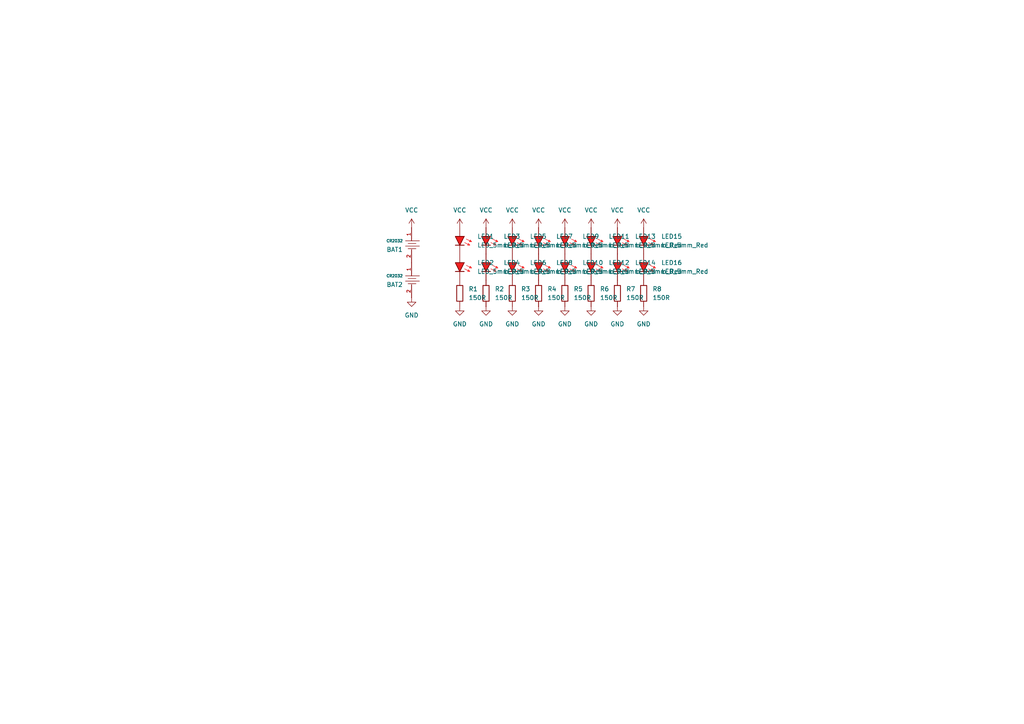
<source format=kicad_sch>
(kicad_sch (version 20231120) (generator "eeschema") (generator_version "8.0")
  (paper "A4")
  (lib_symbols
    (symbol "PCM_JLCPCB-Connectors_Buttons:Battery Holder, CR2032" (pin_names hide)
      (property "Reference" "BAT" (at 0 3.81 0))
      (property "Value" "CR2032" (at 0 -2.54 0))
      (symbol "Battery Holder, CR2032_0_1"
        (polyline (pts (xy -1.27 2.286) (xy -1.27 -1.778)))
        (polyline (pts (xy -0.508 1.27) (xy -0.508 -1.016)))
        (polyline (pts (xy 0.254 2.286) (xy 0.254 -1.778)))
        (polyline (pts (xy 1.016 1.27) (xy 1.016 -1.016)))
        (pin input line (at -5.08 0 0) (length 3.81) (name "1") (number "1"))
      )
      (symbol "Battery Holder, CR2032_1_1"
        (pin input line (at 5.08 0 180) (length 3.81) (name "2") (number "2"))
      )
    )
    (symbol "PCM_LED_AKL:LED_5mm_Red" (pin_numbers hide) (pin_names (offset 1.016) hide)
      (property "Reference" "LED" (at 0 7.62 0))
      (property "Value" "LED_5mm_Red" (at 0 5.08 0))
      (symbol "LED_5mm_Red_0_1"
        (polyline (pts (xy -0.508 1.905) (xy 0.254 3.429)) (stroke (width 0.1524) (color 240 30 30 1)))
        (polyline (pts (xy 0.508 1.397) (xy 1.27 2.921)) (stroke (width 0.1524) (color 240 30 30 1)))
        (polyline (pts (xy 1.27 1.27) (xy 1.27 -1.27)) (stroke (width 0.254)))
        (polyline (pts (xy -1.27 1.27) (xy -1.27 -1.27) (xy 1.27 0) (xy -1.27 1.27)) (stroke (width 0.254)) (fill (type color) (color 240 30 30 1)))
        (polyline (pts (xy 0.254 2.794) (xy -0.254 3.048) (xy 0.254 3.429) (xy 0.254 2.794)) (stroke (width 0) (color 240 30 30 1)) (fill (type outline)))
        (polyline (pts (xy 1.27 2.286) (xy 0.762 2.54) (xy 1.27 2.921) (xy 1.27 2.286)) (stroke (width 0.1524) (color 240 30 30 1)) (fill (type outline)))
      )
      (symbol "LED_5mm_Red_0_2"
        (polyline (pts (xy -2.54 -2.54) (xy -0.889 -0.889)))
        (polyline (pts (xy -1.651 0.889) (xy -2.159 2.413)) (stroke (width 0) (color 240 30 30 1)))
        (polyline (pts (xy -0.508 1.27) (xy -1.016 2.794)) (stroke (width 0) (color 240 30 30 1)))
        (polyline (pts (xy 0 1.778) (xy 1.778 0)) (stroke (width 0.254)))
        (polyline (pts (xy 0.889 0.889) (xy 2.54 2.54)))
        (polyline (pts (xy -0.889 -0.889) (xy -1.778 0) (xy 0.889 0.889) (xy 0 -1.778) (xy -0.889 -0.889)) (stroke (width 0.254)) (fill (type color) (color 240 30 30 1)))
      )
      (symbol "LED_5mm_Red_1_1"
        (pin passive line (at 3.81 0 180) (length 2.54) (name "K") (number "1"))
        (pin passive line (at -3.81 0 0) (length 2.54) (name "A") (number "2"))
      )
      (symbol "LED_5mm_Red_1_2"
        (polyline (pts (xy -2.159 2.413) (xy -2.286 1.778) (xy -1.6764 1.9812) (xy -2.159 2.413)) (stroke (width 0) (color 240 30 30 1)) (fill (type outline)))
        (polyline (pts (xy -1.016 2.794) (xy -1.143 2.159) (xy -0.5334 2.3622) (xy -1.016 2.794)) (stroke (width 0) (color 240 30 30 1)) (fill (type outline)))
        (pin passive line (at 2.54 2.54 180) (length 0) (name "K") (number "1"))
        (pin passive line (at -2.54 -2.54 0) (length 0) (name "A") (number "2"))
      )
    )
    (symbol "PCM_SL_Resistors:Resistor"
      (property "Reference" "R" (at 0 5.08 0))
      (property "Value" "Resistor" (at 0 2.54 0))
      (symbol "Resistor_0_1"
        (rectangle (start -2.286 0.889) (end 2.286 -0.889) (stroke (width 0.24)))
      )
      (symbol "Resistor_1_1"
        (pin passive line (at -3.81 0 0) (length 1.5) (name "") (number "1"))
        (pin passive line (at 3.81 0 180) (length 1.5) (name "~") (number "2"))
      )
    )
    (symbol "power:GND" (power) (pin_numbers hide) (pin_names (offset 0) hide)
      (property "Value" "GND" (at 0 -3.81 0))
      (symbol "GND_0_1"
        (polyline (pts (xy 0 0) (xy 0 -1.27) (xy 1.27 -1.27) (xy 0 -2.54) (xy -1.27 -1.27) (xy 0 -1.27)))
      )
      (symbol "GND_1_1"
        (pin power_in line (at 0 0 270) (length 0) (name "~") (number "1"))
      )
    )
    (symbol "power:VCC" (power) (pin_numbers hide) (pin_names (offset 0) hide)
      (property "Value" "VCC" (at 0 3.556 0))
      (symbol "VCC_0_1"
        (polyline (pts (xy -0.762 1.27) (xy 0 2.54)))
        (polyline (pts (xy 0 0) (xy 0 2.54)))
        (polyline (pts (xy 0 2.54) (xy 0.762 1.27)))
      )
      (symbol "VCC_1_1"
        (pin power_in line (at 0 0 90) (length 0) (name "~") (number "1"))
      )
    )
  )
  (symbol (lib_id "PCM_SL_Resistors:Resistor") (at 140.97 85.09 90) (unit 1)
    (property "Reference" "R2" (at 143.51 83.8199 90) (effects (justify right)))
    (property "Value" "150R" (at 143.51 86.3599 90) (effects (justify right)))
    (property "Footprint" "Resistor_THT:R_Axial_DIN0207_L6.3mm_D2.5mm_P10.16mm_Horizontal" (effects (hide yes)))
    (property "Description" "1/4W Resistor" (effects (hide yes)))
  )
  (symbol (lib_id "power:GND") (at 119.38 86.36 0) (unit 1)
    (property "Reference" "#PWR02" (effects (hide yes)))
    (property "Value" "GND" (at 119.38 91.44 0))
    (property "Description" "Power symbol creates a global label with name \"GND\" , ground" (effects (hide yes)))
  )
  (symbol (lib_id "PCM_JLCPCB-Connectors_Buttons:Battery Holder, CR2032") (at 119.38 81.28 270) (unit 1)
    (property "Reference" "BAT2" (at 116.84 82.5501 90) (effects (justify right)))
    (property "Value" "CR2032" (at 116.84 80.01 90) (effects (font (size 0.8 0.8)) (justify right)))
    (property "Footprint" "PCM_JLCPCB:BAT-TH_BS-07-A1BJ001" (effects (hide yes)))
    (property "Datasheet" "https://wmsc.lcsc.com/wmsc/upload/file/pdf/v2/lcsc/2203021630_MYOUNG-BS-07-A1BJ001_C2979167.pdf" (effects (hide yes)))
    (property "Description" "-25°C~+85°C CR2032 Plugin Button And Strip Battery Connector ROHS" (effects (hide yes)))
    (property "LCSC" "C2979167" (effects (hide yes)))
    (property "Stock" "4559" (effects (hide yes)))
    (property "Price" "0.293USD" (effects (hide yes)))
    (property "Process" "Hand-Soldered" (effects (hide yes)))
    (property "Minimum Qty" "2" (effects (hide yes)))
    (property "Attrition Qty" "0" (effects (hide yes)))
    (property "Class" "Preferred Component" (effects (hide yes)))
    (property "Category" "Connectors,Button And Strip Battery Connector" (effects (hide yes)))
    (property "Manufacturer" "MYOUNG" (effects (hide yes)))
    (property "Part" "BS-07-A1BJ001" (effects (hide yes)))
  )
  (symbol (lib_id "power:GND") (at 133.35 88.9 0) (unit 1)
    (property "Reference" "#PWR03" (effects (hide yes)))
    (property "Value" "GND" (at 133.35 93.98 0))
    (property "Description" "Power symbol creates a global label with name \"GND\" , ground" (effects (hide yes)))
  )
  (symbol (lib_id "PCM_LED_AKL:LED_5mm_Red") (at 140.97 69.85 270) (unit 1)
    (property "Reference" "LED3" (at 146.05 68.5799 90) (effects (justify left)))
    (property "Value" "LED_5mm_Red" (at 146.05 71.1199 90) (effects (justify left)))
    (property "Footprint" "PCM_LED_THT_AKL:LED_D5.0mm" (effects (hide yes)))
    (property "Description" "Red LED, 5mm THT, Alternate KiCad Library" (effects (hide yes)))
  )
  (symbol (lib_id "power:VCC") (at 186.69 66.04 0) (unit 1)
    (property "Reference" "#PWR017" (effects (hide yes)))
    (property "Value" "VCC" (at 186.69 60.96 0))
    (property "Description" "Power symbol creates a global label with name \"VCC\"" (effects (hide yes)))
  )
  (symbol (lib_id "PCM_LED_AKL:LED_5mm_Red") (at 148.59 69.85 270) (unit 1)
    (property "Reference" "LED5" (at 153.67 68.5799 90) (effects (justify left)))
    (property "Value" "LED_5mm_Red" (at 153.67 71.1199 90) (effects (justify left)))
    (property "Footprint" "PCM_LED_THT_AKL:LED_D5.0mm" (effects (hide yes)))
    (property "Description" "Red LED, 5mm THT, Alternate KiCad Library" (effects (hide yes)))
  )
  (symbol (lib_id "PCM_SL_Resistors:Resistor") (at 186.69 85.09 90) (unit 1)
    (property "Reference" "R8" (at 189.23 83.8199 90) (effects (justify right)))
    (property "Value" "150R" (at 189.23 86.3599 90) (effects (justify right)))
    (property "Footprint" "Resistor_THT:R_Axial_DIN0207_L6.3mm_D2.5mm_P10.16mm_Horizontal" (effects (hide yes)))
    (property "Description" "1/4W Resistor" (effects (hide yes)))
  )
  (symbol (lib_id "PCM_SL_Resistors:Resistor") (at 163.83 85.09 90) (unit 1)
    (property "Reference" "R5" (at 166.37 83.8199 90) (effects (justify right)))
    (property "Value" "150R" (at 166.37 86.3599 90) (effects (justify right)))
    (property "Footprint" "Resistor_THT:R_Axial_DIN0207_L6.3mm_D2.5mm_P10.16mm_Horizontal" (effects (hide yes)))
    (property "Description" "1/4W Resistor" (effects (hide yes)))
  )
  (symbol (lib_id "power:VCC") (at 156.21 66.04 0) (unit 1)
    (property "Reference" "#PWR09" (effects (hide yes)))
    (property "Value" "VCC" (at 156.21 60.96 0))
    (property "Description" "Power symbol creates a global label with name \"VCC\"" (effects (hide yes)))
  )
  (symbol (lib_id "PCM_LED_AKL:LED_5mm_Red") (at 148.59 77.47 270) (unit 1)
    (property "Reference" "LED6" (at 153.67 76.1999 90) (effects (justify left)))
    (property "Value" "LED_5mm_Red" (at 153.67 78.7399 90) (effects (justify left)))
    (property "Footprint" "PCM_LED_THT_AKL:LED_D5.0mm" (effects (hide yes)))
    (property "Description" "Red LED, 5mm THT, Alternate KiCad Library" (effects (hide yes)))
  )
  (symbol (lib_id "power:GND") (at 140.97 88.9 0) (unit 1)
    (property "Reference" "#PWR06" (effects (hide yes)))
    (property "Value" "GND" (at 140.97 93.98 0))
    (property "Description" "Power symbol creates a global label with name \"GND\" , ground" (effects (hide yes)))
  )
  (symbol (lib_id "PCM_LED_AKL:LED_5mm_Red") (at 133.35 69.85 270) (unit 1)
    (property "Reference" "LED1" (at 138.43 68.5799 90) (effects (justify left)))
    (property "Value" "LED_5mm_Red" (at 138.43 71.1199 90) (effects (justify left)))
    (property "Footprint" "PCM_LED_THT_AKL:LED_D5.0mm" (effects (hide yes)))
    (property "Description" "Red LED, 5mm THT, Alternate KiCad Library" (effects (hide yes)))
  )
  (symbol (lib_id "PCM_SL_Resistors:Resistor") (at 179.07 85.09 90) (unit 1)
    (property "Reference" "R7" (at 181.61 83.8199 90) (effects (justify right)))
    (property "Value" "150R" (at 181.61 86.3599 90) (effects (justify right)))
    (property "Footprint" "Resistor_THT:R_Axial_DIN0207_L6.3mm_D2.5mm_P10.16mm_Horizontal" (effects (hide yes)))
    (property "Description" "1/4W Resistor" (effects (hide yes)))
  )
  (symbol (lib_id "PCM_LED_AKL:LED_5mm_Red") (at 156.21 69.85 270) (unit 1)
    (property "Reference" "LED7" (at 161.29 68.5799 90) (effects (justify left)))
    (property "Value" "LED_5mm_Red" (at 161.29 71.1199 90) (effects (justify left)))
    (property "Footprint" "PCM_LED_THT_AKL:LED_D5.0mm" (effects (hide yes)))
    (property "Description" "Red LED, 5mm THT, Alternate KiCad Library" (effects (hide yes)))
  )
  (symbol (lib_id "power:VCC") (at 163.83 66.04 0) (unit 1)
    (property "Reference" "#PWR011" (effects (hide yes)))
    (property "Value" "VCC" (at 163.83 60.96 0))
    (property "Description" "Power symbol creates a global label with name \"VCC\"" (effects (hide yes)))
  )
  (symbol (lib_id "PCM_SL_Resistors:Resistor") (at 156.21 85.09 90) (unit 1)
    (property "Reference" "R4" (at 158.75 83.8199 90) (effects (justify right)))
    (property "Value" "150R" (at 158.75 86.3599 90) (effects (justify right)))
    (property "Footprint" "Resistor_THT:R_Axial_DIN0207_L6.3mm_D2.5mm_P10.16mm_Horizontal" (effects (hide yes)))
    (property "Description" "1/4W Resistor" (effects (hide yes)))
  )
  (symbol (lib_id "power:GND") (at 156.21 88.9 0) (unit 1)
    (property "Reference" "#PWR010" (effects (hide yes)))
    (property "Value" "GND" (at 156.21 93.98 0))
    (property "Description" "Power symbol creates a global label with name \"GND\" , ground" (effects (hide yes)))
  )
  (symbol (lib_id "power:GND") (at 163.83 88.9 0) (unit 1)
    (property "Reference" "#PWR012" (effects (hide yes)))
    (property "Value" "GND" (at 163.83 93.98 0))
    (property "Description" "Power symbol creates a global label with name \"GND\" , ground" (effects (hide yes)))
  )
  (symbol (lib_id "PCM_LED_AKL:LED_5mm_Red") (at 140.97 77.47 270) (unit 1)
    (property "Reference" "LED4" (at 146.05 76.1999 90) (effects (justify left)))
    (property "Value" "LED_5mm_Red" (at 146.05 78.7399 90) (effects (justify left)))
    (property "Footprint" "PCM_LED_THT_AKL:LED_D5.0mm" (effects (hide yes)))
    (property "Description" "Red LED, 5mm THT, Alternate KiCad Library" (effects (hide yes)))
  )
  (symbol (lib_id "PCM_LED_AKL:LED_5mm_Red") (at 163.83 77.47 270) (unit 1)
    (property "Reference" "LED10" (at 168.91 76.1999 90) (effects (justify left)))
    (property "Value" "LED_5mm_Red" (at 168.91 78.7399 90) (effects (justify left)))
    (property "Footprint" "PCM_LED_THT_AKL:LED_D5.0mm" (effects (hide yes)))
    (property "Description" "Red LED, 5mm THT, Alternate KiCad Library" (effects (hide yes)))
  )
  (symbol (lib_id "power:VCC") (at 171.45 66.04 0) (unit 1)
    (property "Reference" "#PWR013" (effects (hide yes)))
    (property "Value" "VCC" (at 171.45 60.96 0))
    (property "Description" "Power symbol creates a global label with name \"VCC\"" (effects (hide yes)))
  )
  (symbol (lib_id "power:VCC") (at 140.97 66.04 0) (unit 1)
    (property "Reference" "#PWR05" (effects (hide yes)))
    (property "Value" "VCC" (at 140.97 60.96 0))
    (property "Description" "Power symbol creates a global label with name \"VCC\"" (effects (hide yes)))
  )
  (symbol (lib_id "PCM_LED_AKL:LED_5mm_Red") (at 179.07 77.47 270) (unit 1)
    (property "Reference" "LED14" (at 184.15 76.1999 90) (effects (justify left)))
    (property "Value" "LED_5mm_Red" (at 184.15 78.7399 90) (effects (justify left)))
    (property "Footprint" "PCM_LED_THT_AKL:LED_D5.0mm" (effects (hide yes)))
    (property "Description" "Red LED, 5mm THT, Alternate KiCad Library" (effects (hide yes)))
  )
  (symbol (lib_id "PCM_LED_AKL:LED_5mm_Red") (at 186.69 77.47 270) (unit 1)
    (property "Reference" "LED16" (at 191.77 76.1999 90) (effects (justify left)))
    (property "Value" "LED_5mm_Red" (at 191.77 78.7399 90) (effects (justify left)))
    (property "Footprint" "PCM_LED_THT_AKL:LED_D5.0mm" (effects (hide yes)))
    (property "Description" "Red LED, 5mm THT, Alternate KiCad Library" (effects (hide yes)))
  )
  (symbol (lib_id "power:VCC") (at 119.38 66.04 0) (unit 1)
    (property "Reference" "#PWR01" (effects (hide yes)))
    (property "Value" "VCC" (at 119.38 60.96 0))
    (property "Description" "Power symbol creates a global label with name \"VCC\"" (effects (hide yes)))
  )
  (symbol (lib_id "PCM_LED_AKL:LED_5mm_Red") (at 186.69 69.85 270) (unit 1)
    (property "Reference" "LED15" (at 191.77 68.5799 90) (effects (justify left)))
    (property "Value" "LED_5mm_Red" (at 191.77 71.1199 90) (effects (justify left)))
    (property "Footprint" "PCM_LED_THT_AKL:LED_D5.0mm" (effects (hide yes)))
    (property "Description" "Red LED, 5mm THT, Alternate KiCad Library" (effects (hide yes)))
  )
  (symbol (lib_id "PCM_LED_AKL:LED_5mm_Red") (at 163.83 69.85 270) (unit 1)
    (property "Reference" "LED9" (at 168.91 68.5799 90) (effects (justify left)))
    (property "Value" "LED_5mm_Red" (at 168.91 71.1199 90) (effects (justify left)))
    (property "Footprint" "PCM_LED_THT_AKL:LED_D5.0mm" (effects (hide yes)))
    (property "Description" "Red LED, 5mm THT, Alternate KiCad Library" (effects (hide yes)))
  )
  (symbol (lib_id "power:GND") (at 186.69 88.9 0) (unit 1)
    (property "Reference" "#PWR018" (effects (hide yes)))
    (property "Value" "GND" (at 186.69 93.98 0))
    (property "Description" "Power symbol creates a global label with name \"GND\" , ground" (effects (hide yes)))
  )
  (symbol (lib_id "PCM_LED_AKL:LED_5mm_Red") (at 156.21 77.47 270) (unit 1)
    (property "Reference" "LED8" (at 161.29 76.1999 90) (effects (justify left)))
    (property "Value" "LED_5mm_Red" (at 161.29 78.7399 90) (effects (justify left)))
    (property "Footprint" "PCM_LED_THT_AKL:LED_D5.0mm" (effects (hide yes)))
    (property "Description" "Red LED, 5mm THT, Alternate KiCad Library" (effects (hide yes)))
  )
  (symbol (lib_id "PCM_LED_AKL:LED_5mm_Red") (at 133.35 77.47 270) (unit 1)
    (property "Reference" "LED2" (at 138.43 76.1999 90) (effects (justify left)))
    (property "Value" "LED_5mm_Red" (at 138.43 78.7399 90) (effects (justify left)))
    (property "Footprint" "PCM_LED_THT_AKL:LED_D5.0mm" (effects (hide yes)))
    (property "Description" "Red LED, 5mm THT, Alternate KiCad Library" (effects (hide yes)))
  )
  (symbol (lib_id "power:VCC") (at 148.59 66.04 0) (unit 1)
    (property "Reference" "#PWR07" (effects (hide yes)))
    (property "Value" "VCC" (at 148.59 60.96 0))
    (property "Description" "Power symbol creates a global label with name \"VCC\"" (effects (hide yes)))
  )
  (symbol (lib_id "PCM_SL_Resistors:Resistor") (at 148.59 85.09 90) (unit 1)
    (property "Reference" "R3" (at 151.13 83.8199 90) (effects (justify right)))
    (property "Value" "150R" (at 151.13 86.3599 90) (effects (justify right)))
    (property "Footprint" "Resistor_THT:R_Axial_DIN0207_L6.3mm_D2.5mm_P10.16mm_Horizontal" (effects (hide yes)))
    (property "Description" "1/4W Resistor" (effects (hide yes)))
  )
  (symbol (lib_id "power:GND") (at 179.07 88.9 0) (unit 1)
    (property "Reference" "#PWR016" (effects (hide yes)))
    (property "Value" "GND" (at 179.07 93.98 0))
    (property "Description" "Power symbol creates a global label with name \"GND\" , ground" (effects (hide yes)))
  )
  (symbol (lib_id "power:VCC") (at 179.07 66.04 0) (unit 1)
    (property "Reference" "#PWR015" (effects (hide yes)))
    (property "Value" "VCC" (at 179.07 60.96 0))
    (property "Description" "Power symbol creates a global label with name \"VCC\"" (effects (hide yes)))
  )
  (symbol (lib_id "power:GND") (at 171.45 88.9 0) (unit 1)
    (property "Reference" "#PWR014" (effects (hide yes)))
    (property "Value" "GND" (at 171.45 93.98 0))
    (property "Description" "Power symbol creates a global label with name \"GND\" , ground" (effects (hide yes)))
  )
  (symbol (lib_id "PCM_LED_AKL:LED_5mm_Red") (at 171.45 69.85 270) (unit 1)
    (property "Reference" "LED11" (at 176.53 68.5799 90) (effects (justify left)))
    (property "Value" "LED_5mm_Red" (at 176.53 71.1199 90) (effects (justify left)))
    (property "Footprint" "PCM_LED_THT_AKL:LED_D5.0mm" (effects (hide yes)))
    (property "Description" "Red LED, 5mm THT, Alternate KiCad Library" (effects (hide yes)))
  )
  (symbol (lib_id "power:GND") (at 148.59 88.9 0) (unit 1)
    (property "Reference" "#PWR08" (effects (hide yes)))
    (property "Value" "GND" (at 148.59 93.98 0))
    (property "Description" "Power symbol creates a global label with name \"GND\" , ground" (effects (hide yes)))
  )
  (symbol (lib_id "PCM_JLCPCB-Connectors_Buttons:Battery Holder, CR2032") (at 119.38 71.12 270) (unit 1)
    (property "Reference" "BAT1" (at 116.84 72.3901 90) (effects (justify right)))
    (property "Value" "CR2032" (at 116.84 69.85 90) (effects (font (size 0.8 0.8)) (justify right)))
    (property "Footprint" "PCM_JLCPCB:BAT-TH_BS-07-A1BJ001" (effects (hide yes)))
    (property "Datasheet" "https://wmsc.lcsc.com/wmsc/upload/file/pdf/v2/lcsc/2203021630_MYOUNG-BS-07-A1BJ001_C2979167.pdf" (effects (hide yes)))
    (property "Description" "-25°C~+85°C CR2032 Plugin Button And Strip Battery Connector ROHS" (effects (hide yes)))
    (property "LCSC" "C2979167" (effects (hide yes)))
    (property "Stock" "4559" (effects (hide yes)))
    (property "Price" "0.293USD" (effects (hide yes)))
    (property "Process" "Hand-Soldered" (effects (hide yes)))
    (property "Minimum Qty" "2" (effects (hide yes)))
    (property "Attrition Qty" "0" (effects (hide yes)))
    (property "Class" "Preferred Component" (effects (hide yes)))
    (property "Category" "Connectors,Button And Strip Battery Connector" (effects (hide yes)))
    (property "Manufacturer" "MYOUNG" (effects (hide yes)))
    (property "Part" "BS-07-A1BJ001" (effects (hide yes)))
  )
  (symbol (lib_id "PCM_SL_Resistors:Resistor") (at 133.35 85.09 90) (unit 1)
    (property "Reference" "R1" (at 135.89 83.8199 90) (effects (justify right)))
    (property "Value" "150R" (at 135.89 86.3599 90) (effects (justify right)))
    (property "Footprint" "Resistor_THT:R_Axial_DIN0207_L6.3mm_D2.5mm_P10.16mm_Horizontal" (effects (hide yes)))
    (property "Description" "1/4W Resistor" (effects (hide yes)))
  )
  (symbol (lib_id "PCM_SL_Resistors:Resistor") (at 171.45 85.09 90) (unit 1)
    (property "Reference" "R6" (at 173.99 83.8199 90) (effects (justify right)))
    (property "Value" "150R" (at 173.99 86.3599 90) (effects (justify right)))
    (property "Footprint" "Resistor_THT:R_Axial_DIN0207_L6.3mm_D2.5mm_P10.16mm_Horizontal" (effects (hide yes)))
    (property "Description" "1/4W Resistor" (effects (hide yes)))
  )
  (symbol (lib_id "power:VCC") (at 133.35 66.04 0) (unit 1)
    (property "Reference" "#PWR04" (effects (hide yes)))
    (property "Value" "VCC" (at 133.35 60.96 0))
    (property "Description" "Power symbol creates a global label with name \"VCC\"" (effects (hide yes)))
  )
  (symbol (lib_id "PCM_LED_AKL:LED_5mm_Red") (at 179.07 69.85 270) (unit 1)
    (property "Reference" "LED13" (at 184.15 68.5799 90) (effects (justify left)))
    (property "Value" "LED_5mm_Red" (at 184.15 71.1199 90) (effects (justify left)))
    (property "Footprint" "PCM_LED_THT_AKL:LED_D5.0mm" (effects (hide yes)))
    (property "Description" "Red LED, 5mm THT, Alternate KiCad Library" (effects (hide yes)))
  )
  (symbol (lib_id "PCM_LED_AKL:LED_5mm_Red") (at 171.45 77.47 270) (unit 1)
    (property "Reference" "LED12" (at 176.53 76.1999 90) (effects (justify left)))
    (property "Value" "LED_5mm_Red" (at 176.53 78.7399 90) (effects (justify left)))
    (property "Footprint" "PCM_LED_THT_AKL:LED_D5.0mm" (effects (hide yes)))
    (property "Description" "Red LED, 5mm THT, Alternate KiCad Library" (effects (hide yes)))
  )
)
</source>
